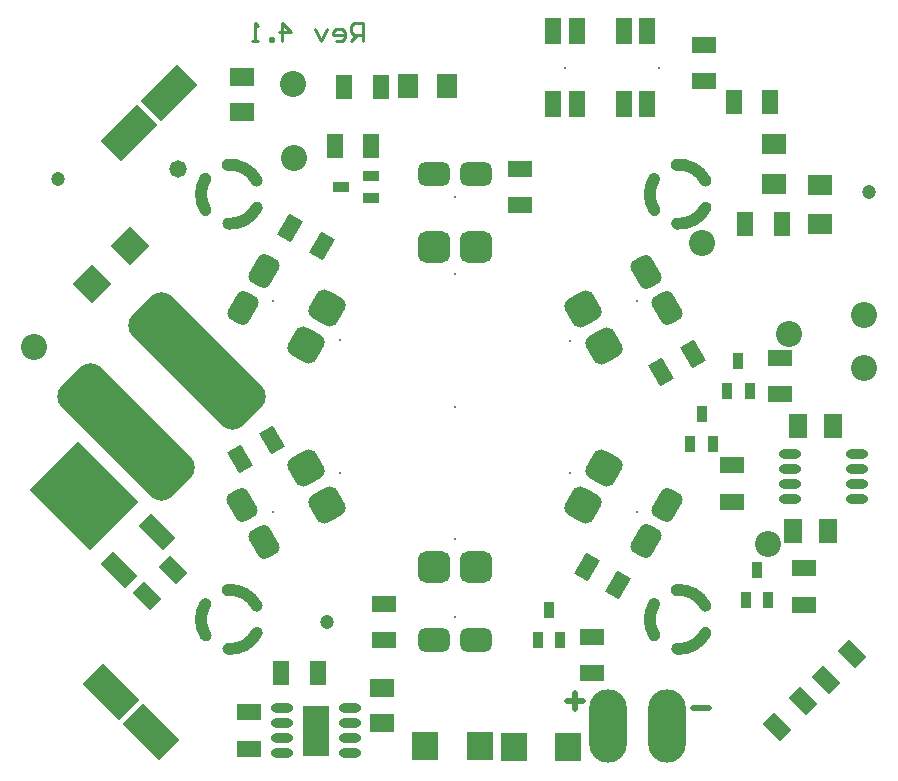
<source format=gbs>
G04*
G04 #@! TF.GenerationSoftware,Altium Limited,Altium Designer,19.1.9 (167)*
G04*
G04 Layer_Color=16711935*
%FSLAX44Y44*%
%MOMM*%
G71*
G01*
G75*
%ADD12C,0.2540*%
%ADD13C,0.5000*%
%ADD28R,1.3532X2.0532*%
%ADD30R,1.3532X0.9532*%
%ADD31R,2.0532X1.3532*%
%ADD32R,1.5532X2.1532*%
%ADD36R,0.9532X1.3532*%
%ADD37R,1.7532X2.0532*%
%ADD40C,1.2032*%
%ADD41C,1.7272*%
%ADD42C,0.2032*%
%ADD43C,0.9032*%
%ADD44C,2.7032*%
%ADD45C,2.2032*%
%ADD46C,1.4732*%
%ADD47C,1.0000*%
G04:AMPARAMS|DCode=82|XSize=2.4032mm|YSize=4.3532mm|CornerRadius=0mm|HoleSize=0mm|Usage=FLASHONLY|Rotation=45.000|XOffset=0mm|YOffset=0mm|HoleType=Round|Shape=Rectangle|*
%AMROTATEDRECTD82*
4,1,4,0.6894,-2.3888,-2.3888,0.6894,-0.6894,2.3888,2.3888,-0.6894,0.6894,-2.3888,0.0*
%
%ADD82ROTATEDRECTD82*%

G04:AMPARAMS|DCode=83|XSize=2.4032mm|YSize=4.3532mm|CornerRadius=0mm|HoleSize=0mm|Usage=FLASHONLY|Rotation=315.000|XOffset=0mm|YOffset=0mm|HoleType=Round|Shape=Rectangle|*
%AMROTATEDRECTD83*
4,1,4,-2.3888,-0.6894,0.6894,2.3888,2.3888,0.6894,-0.6894,-2.3888,-2.3888,-0.6894,0.0*
%
%ADD83ROTATEDRECTD83*%

G04:AMPARAMS|DCode=84|XSize=1.4532mm|YSize=2.9532mm|CornerRadius=0mm|HoleSize=0mm|Usage=FLASHONLY|Rotation=45.000|XOffset=0mm|YOffset=0mm|HoleType=Round|Shape=Rectangle|*
%AMROTATEDRECTD84*
4,1,4,0.5303,-1.5579,-1.5579,0.5303,-0.5303,1.5579,1.5579,-0.5303,0.5303,-1.5579,0.0*
%
%ADD84ROTATEDRECTD84*%

G04:AMPARAMS|DCode=85|XSize=5.7532mm|YSize=7.2032mm|CornerRadius=0mm|HoleSize=0mm|Usage=FLASHONLY|Rotation=45.000|XOffset=0mm|YOffset=0mm|HoleType=Round|Shape=Rectangle|*
%AMROTATEDRECTD85*
4,1,4,0.5127,-4.5808,-4.5808,0.5127,-0.5127,4.5808,4.5808,-0.5127,0.5127,-4.5808,0.0*
%
%ADD85ROTATEDRECTD85*%

%ADD86R,2.0532X1.7532*%
%ADD87R,1.4032X2.2032*%
%ADD88R,2.1532X1.5532*%
G04:AMPARAMS|DCode=89|XSize=2.7032mm|YSize=2.0032mm|CornerRadius=0.5516mm|HoleSize=0mm|Usage=FLASHONLY|Rotation=180.000|XOffset=0mm|YOffset=0mm|HoleType=Round|Shape=RoundedRectangle|*
%AMROUNDEDRECTD89*
21,1,2.7032,0.9000,0,0,180.0*
21,1,1.6000,2.0032,0,0,180.0*
1,1,1.1032,-0.8000,0.4500*
1,1,1.1032,0.8000,0.4500*
1,1,1.1032,0.8000,-0.4500*
1,1,1.1032,-0.8000,-0.4500*
%
%ADD89ROUNDEDRECTD89*%
G04:AMPARAMS|DCode=90|XSize=2.7032mm|YSize=2.0032mm|CornerRadius=0.5516mm|HoleSize=0mm|Usage=FLASHONLY|Rotation=240.000|XOffset=0mm|YOffset=0mm|HoleType=Round|Shape=RoundedRectangle|*
%AMROUNDEDRECTD90*
21,1,2.7032,0.9000,0,0,240.0*
21,1,1.6000,2.0032,0,0,240.0*
1,1,1.1032,-0.7897,-0.4678*
1,1,1.1032,0.0103,0.9178*
1,1,1.1032,0.7897,0.4678*
1,1,1.1032,-0.0103,-0.9178*
%
%ADD90ROUNDEDRECTD90*%
G04:AMPARAMS|DCode=91|XSize=2.7032mm|YSize=2.0032mm|CornerRadius=0.5516mm|HoleSize=0mm|Usage=FLASHONLY|Rotation=300.000|XOffset=0mm|YOffset=0mm|HoleType=Round|Shape=RoundedRectangle|*
%AMROUNDEDRECTD91*
21,1,2.7032,0.9000,0,0,300.0*
21,1,1.6000,2.0032,0,0,300.0*
1,1,1.1032,0.0103,-0.9178*
1,1,1.1032,-0.7897,0.4678*
1,1,1.1032,-0.0103,0.9178*
1,1,1.1032,0.7897,-0.4678*
%
%ADD91ROUNDEDRECTD91*%
G04:AMPARAMS|DCode=92|XSize=2.0532mm|YSize=1.3532mm|CornerRadius=0mm|HoleSize=0mm|Usage=FLASHONLY|Rotation=315.000|XOffset=0mm|YOffset=0mm|HoleType=Round|Shape=Rectangle|*
%AMROTATEDRECTD92*
4,1,4,-1.2043,0.2475,-0.2475,1.2043,1.2043,-0.2475,0.2475,-1.2043,-1.2043,0.2475,0.0*
%
%ADD92ROTATEDRECTD92*%

%ADD93O,1.9032X0.8032*%
%ADD94R,2.2032X4.2032*%
G04:AMPARAMS|DCode=95|XSize=4.7032mm|YSize=13.2032mm|CornerRadius=1.2266mm|HoleSize=0mm|Usage=FLASHONLY|Rotation=225.000|XOffset=0mm|YOffset=0mm|HoleType=Round|Shape=RoundedRectangle|*
%AMROUNDEDRECTD95*
21,1,4.7032,10.7500,0,0,225.0*
21,1,2.2500,13.2032,0,0,225.0*
1,1,2.4532,-4.5962,3.0052*
1,1,2.4532,-3.0052,4.5962*
1,1,2.4532,4.5962,-3.0052*
1,1,2.4532,3.0052,-4.5962*
%
%ADD95ROUNDEDRECTD95*%
G04:AMPARAMS|DCode=96|XSize=2.7032mm|YSize=2.7032mm|CornerRadius=0.7266mm|HoleSize=0mm|Usage=FLASHONLY|Rotation=300.000|XOffset=0mm|YOffset=0mm|HoleType=Round|Shape=RoundedRectangle|*
%AMROUNDEDRECTD96*
21,1,2.7032,1.2500,0,0,300.0*
21,1,1.2500,2.7032,0,0,300.0*
1,1,1.4532,-0.2288,-0.8538*
1,1,1.4532,-0.8538,0.2288*
1,1,1.4532,0.2288,0.8538*
1,1,1.4532,0.8538,-0.2288*
%
%ADD96ROUNDEDRECTD96*%
G04:AMPARAMS|DCode=97|XSize=2.7032mm|YSize=2.7032mm|CornerRadius=0.7266mm|HoleSize=0mm|Usage=FLASHONLY|Rotation=240.000|XOffset=0mm|YOffset=0mm|HoleType=Round|Shape=RoundedRectangle|*
%AMROUNDEDRECTD97*
21,1,2.7032,1.2500,0,0,240.0*
21,1,1.2500,2.7032,0,0,240.0*
1,1,1.4532,-0.8538,-0.2288*
1,1,1.4532,-0.2288,0.8538*
1,1,1.4532,0.8538,0.2288*
1,1,1.4532,0.2288,-0.8538*
%
%ADD97ROUNDEDRECTD97*%
G04:AMPARAMS|DCode=98|XSize=2.7032mm|YSize=2.7032mm|CornerRadius=0.7266mm|HoleSize=0mm|Usage=FLASHONLY|Rotation=180.000|XOffset=0mm|YOffset=0mm|HoleType=Round|Shape=RoundedRectangle|*
%AMROUNDEDRECTD98*
21,1,2.7032,1.2500,0,0,180.0*
21,1,1.2500,2.7032,0,0,180.0*
1,1,1.4532,-0.6250,0.6250*
1,1,1.4532,0.6250,0.6250*
1,1,1.4532,0.6250,-0.6250*
1,1,1.4532,-0.6250,-0.6250*
%
%ADD98ROUNDEDRECTD98*%
G04:AMPARAMS|DCode=99|XSize=2.3532mm|YSize=2.3032mm|CornerRadius=0mm|HoleSize=0mm|Usage=FLASHONLY|Rotation=315.000|XOffset=0mm|YOffset=0mm|HoleType=Round|Shape=Rectangle|*
%AMROTATEDRECTD99*
4,1,4,-1.6463,0.0177,-0.0177,1.6463,1.6463,-0.0177,0.0177,-1.6463,-1.6463,0.0177,0.0*
%
%ADD99ROTATEDRECTD99*%

%ADD100R,2.3032X2.3532*%
G04:AMPARAMS|DCode=101|XSize=2.0532mm|YSize=1.3532mm|CornerRadius=0mm|HoleSize=0mm|Usage=FLASHONLY|Rotation=300.000|XOffset=0mm|YOffset=0mm|HoleType=Round|Shape=Rectangle|*
%AMROTATEDRECTD101*
4,1,4,-1.0993,0.5508,0.0727,1.2274,1.0993,-0.5508,-0.0727,-1.2274,-1.0993,0.5508,0.0*
%
%ADD101ROTATEDRECTD101*%

G04:AMPARAMS|DCode=102|XSize=2.0532mm|YSize=1.3532mm|CornerRadius=0mm|HoleSize=0mm|Usage=FLASHONLY|Rotation=60.000|XOffset=0mm|YOffset=0mm|HoleType=Round|Shape=Rectangle|*
%AMROTATEDRECTD102*
4,1,4,0.0727,-1.2274,-1.0993,-0.5508,-0.0727,1.2274,1.0993,0.5508,0.0727,-1.2274,0.0*
%
%ADD102ROTATEDRECTD102*%

%ADD103O,3.2032X6.2032*%
D12*
X-78000Y310000D02*
Y325235D01*
X-85618D01*
X-88157Y322696D01*
Y317617D01*
X-85618Y315078D01*
X-78000D01*
X-83078D02*
X-88157Y310000D01*
X-100853D02*
X-95774D01*
X-93235Y312539D01*
Y317617D01*
X-95774Y320157D01*
X-100853D01*
X-103392Y317617D01*
Y315078D01*
X-93235D01*
X-108470Y320157D02*
X-113548Y310000D01*
X-118627Y320157D01*
X-146558Y310000D02*
Y325235D01*
X-138940Y317617D01*
X-149097D01*
X-154175Y310000D02*
Y312539D01*
X-156714D01*
Y310000D01*
X-154175D01*
X-166871D02*
X-171950D01*
X-169410D01*
Y325235D01*
X-166871Y322696D01*
D13*
X95000Y-249003D02*
X108329D01*
X101664Y-242339D02*
Y-255668D01*
X202000Y-255003D02*
X215329D01*
D28*
X246000Y155000D02*
D03*
X277000D02*
D03*
X-116000Y-225000D02*
D03*
X-147000D02*
D03*
X-70750Y220750D02*
D03*
X-101750D02*
D03*
X-93500Y271000D02*
D03*
X-62500D02*
D03*
X267000Y258000D02*
D03*
X236000D02*
D03*
D30*
X-96750Y186000D02*
D03*
X-71250Y176500D02*
D03*
Y195500D02*
D03*
D31*
X116000Y-194500D02*
D03*
Y-225500D02*
D03*
X295500Y-167750D02*
D03*
Y-136750D02*
D03*
X-174000Y-258500D02*
D03*
Y-289500D02*
D03*
X55000Y170500D02*
D03*
Y201500D02*
D03*
X-60000Y-197500D02*
D03*
Y-166500D02*
D03*
X275000Y10500D02*
D03*
X275000Y41500D02*
D03*
X235000Y-49500D02*
D03*
Y-80500D02*
D03*
X211000Y306500D02*
D03*
Y275500D02*
D03*
D32*
X290500Y-16000D02*
D03*
X320500Y-16000D02*
D03*
X316000Y-105000D02*
D03*
X286000D02*
D03*
D36*
X209000Y-6250D02*
D03*
X199500Y-31750D02*
D03*
X218500D02*
D03*
X240000Y38750D02*
D03*
X230500Y13250D02*
D03*
X249500Y13250D02*
D03*
X256000Y-137750D02*
D03*
X246500Y-163250D02*
D03*
X265500Y-163250D02*
D03*
X79500Y-171750D02*
D03*
X70000Y-197250D02*
D03*
X89000Y-197250D02*
D03*
D37*
X-40000Y271250D02*
D03*
X-6500D02*
D03*
D40*
X-108000Y-182000D02*
D03*
X-336000Y193000D02*
D03*
X351000Y182000D02*
D03*
D41*
X-295076Y-239308D02*
D03*
X-252076Y-281308D02*
D03*
X-280000Y230000D02*
D03*
X-235000Y273000D02*
D03*
D42*
X93000Y287000D02*
D03*
X173000D02*
D03*
X0Y-178000D02*
D03*
X154250Y-88750D02*
D03*
X154000Y89250D02*
D03*
X250Y178000D02*
D03*
X-154081Y89412D02*
D03*
X-154250Y-89250D02*
D03*
X97750Y56000D02*
D03*
X97428Y-56250D02*
D03*
X0Y-112250D02*
D03*
X-97250Y-56147D02*
D03*
X-97500Y56500D02*
D03*
X0Y112500D02*
D03*
Y0D02*
D03*
D43*
X-111500Y-259350D02*
D03*
X-123500Y-259350D02*
D03*
X-117500Y-267350D02*
D03*
X-111500Y-275350D02*
D03*
X-123500Y-275350D02*
D03*
X-117500Y-282350D02*
D03*
X-111500Y-289350D02*
D03*
X-123500D02*
D03*
D44*
X130000Y-255000D02*
D03*
X180000D02*
D03*
D45*
X346000Y33000D02*
D03*
Y78000D02*
D03*
X-137000Y273500D02*
D03*
X-136250Y211000D02*
D03*
X-302000Y-8500D02*
D03*
X-356000Y51000D02*
D03*
X265000Y-116000D02*
D03*
X283000Y62000D02*
D03*
X209000Y139000D02*
D03*
D46*
X-234000Y201500D02*
D03*
D47*
X-191781Y155063D02*
G03*
X-167746Y168608I1781J24936D01*
G01*
X-211326Y193046D02*
G03*
X-211071Y166545I21326J-13046D01*
G01*
X-167844Y191581D02*
G03*
X-192416Y204883I-22156J-11581D01*
G01*
X188219Y155063D02*
G03*
X212254Y168608I1781J24936D01*
G01*
X168674Y193046D02*
G03*
X168929Y166545I21326J-13046D01*
G01*
X212156Y191581D02*
G03*
X187584Y204883I-22156J-11581D01*
G01*
X188219Y-204936D02*
G03*
X212254Y-191392I1781J24936D01*
G01*
X168674Y-166954D02*
G03*
X168929Y-193455I21326J-13046D01*
G01*
X212156Y-168419D02*
G03*
X187584Y-155117I-22156J-11581D01*
G01*
X-191781Y-204936D02*
G03*
X-167746Y-191392I1781J24936D01*
G01*
X-211326Y-166954D02*
G03*
X-211071Y-193455I21326J-13046D01*
G01*
X-167844Y-168419D02*
G03*
X-192416Y-155117I-22156J-11581D01*
G01*
D82*
X-290879Y-241506D02*
D03*
X-256938Y-275447D02*
D03*
D83*
X-242029Y265971D02*
D03*
X-275970Y232029D02*
D03*
D84*
X-251826Y-105930D02*
D03*
X-284070Y-138174D02*
D03*
D85*
X-314164Y-75835D02*
D03*
D86*
X309000Y154500D02*
D03*
Y188000D02*
D03*
X270000Y222500D02*
D03*
Y189000D02*
D03*
D87*
X103000Y256000D02*
D03*
X143000D02*
D03*
X83000D02*
D03*
X163000D02*
D03*
X83000Y318000D02*
D03*
X163000D02*
D03*
X103000D02*
D03*
X143000D02*
D03*
D88*
X-62000Y-238000D02*
D03*
Y-268000D02*
D03*
X-180250Y249500D02*
D03*
X-180250Y279500D02*
D03*
D89*
X18000Y-197250D02*
D03*
X-18000D02*
D03*
X-17750Y197250D02*
D03*
X18250D02*
D03*
D90*
X179921Y-82787D02*
D03*
X161921Y-113963D02*
D03*
X-179752Y83448D02*
D03*
X-161752Y114625D02*
D03*
D91*
X161671Y114463D02*
D03*
X179671Y83287D02*
D03*
X-161921Y-114463D02*
D03*
X-179921Y-83287D02*
D03*
D92*
X-239040Y-138040D02*
D03*
X-260960Y-159960D02*
D03*
X314040Y-230960D02*
D03*
X335960Y-209040D02*
D03*
X294960Y-249040D02*
D03*
X273040Y-270960D02*
D03*
D93*
X-89000Y-255300D02*
D03*
Y-268000D02*
D03*
Y-280700D02*
D03*
X-89000Y-293400D02*
D03*
X-146000Y-255300D02*
D03*
Y-268000D02*
D03*
Y-280700D02*
D03*
Y-293400D02*
D03*
X283500Y-78050D02*
D03*
Y-65350D02*
D03*
X283500Y-52650D02*
D03*
Y-39950D02*
D03*
X340500Y-78050D02*
D03*
Y-65350D02*
D03*
X340500Y-52650D02*
D03*
Y-39950D02*
D03*
D94*
X-117500Y-274350D02*
D03*
D95*
X-278052Y-21052D02*
D03*
X-217948Y39052D02*
D03*
D96*
X126669Y51912D02*
D03*
X108669Y83088D02*
D03*
X-126169Y-52059D02*
D03*
X-108169Y-83236D02*
D03*
D97*
X108347Y-83338D02*
D03*
X126347Y-52162D02*
D03*
X-108419Y83588D02*
D03*
X-126419Y52412D02*
D03*
D98*
X-18000Y-135250D02*
D03*
X18000D02*
D03*
Y135500D02*
D03*
X-18000D02*
D03*
D99*
X-307264Y103736D02*
D03*
X-274737Y136264D02*
D03*
D100*
X96000Y-288000D02*
D03*
X50000D02*
D03*
X21000Y-287000D02*
D03*
X-25000Y-287000D02*
D03*
D101*
X174577Y29250D02*
D03*
X201423Y44750D02*
D03*
X-181673Y-43750D02*
D03*
X-154827Y-28250D02*
D03*
D102*
X-112577Y136250D02*
D03*
X-139423Y151750D02*
D03*
X138423Y-150750D02*
D03*
X111577Y-135250D02*
D03*
D103*
X130000Y-270000D02*
D03*
X180000D02*
D03*
M02*

</source>
